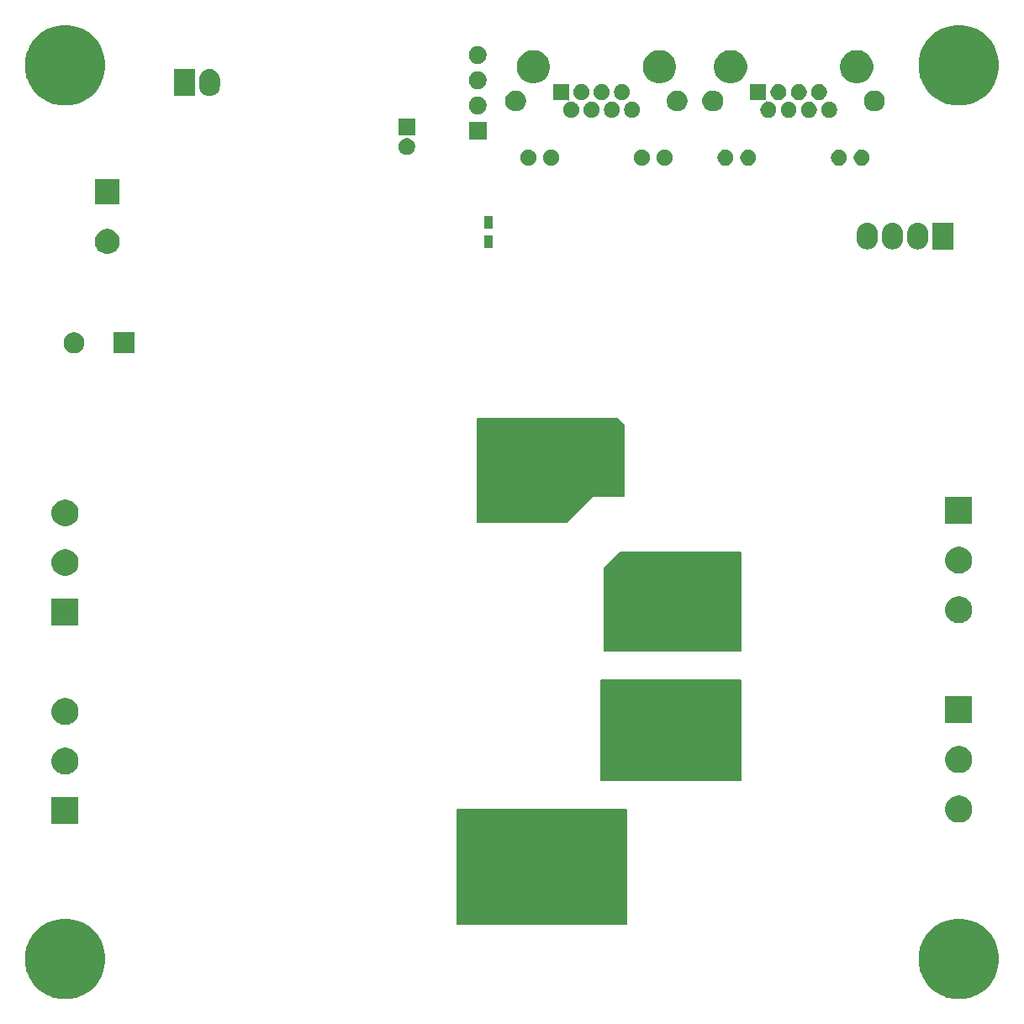
<source format=gbr>
G04 #@! TF.GenerationSoftware,KiCad,Pcbnew,(5.1.5)-3*
G04 #@! TF.CreationDate,2020-05-02T20:20:03+02:00*
G04 #@! TF.ProjectId,driver,64726976-6572-42e6-9b69-6361645f7063,rev?*
G04 #@! TF.SameCoordinates,Original*
G04 #@! TF.FileFunction,Soldermask,Bot*
G04 #@! TF.FilePolarity,Negative*
%FSLAX46Y46*%
G04 Gerber Fmt 4.6, Leading zero omitted, Abs format (unit mm)*
G04 Created by KiCad (PCBNEW (5.1.5)-3) date 2020-05-02 20:20:03*
%MOMM*%
%LPD*%
G04 APERTURE LIST*
%ADD10C,0.150000*%
%ADD11C,0.100000*%
G04 APERTURE END LIST*
D10*
G36*
X131300000Y-96300000D02*
G01*
X131300000Y-103400000D01*
X128100000Y-103400000D01*
X125500000Y-106000000D01*
X116500000Y-106000000D01*
X116500000Y-95600000D01*
X130600000Y-95600000D01*
X131300000Y-96300000D01*
G37*
X131300000Y-96300000D02*
X131300000Y-103400000D01*
X128100000Y-103400000D01*
X125500000Y-106000000D01*
X116500000Y-106000000D01*
X116500000Y-95600000D01*
X130600000Y-95600000D01*
X131300000Y-96300000D01*
G36*
X131500000Y-146500000D02*
G01*
X114500000Y-146500000D01*
X114500000Y-135000000D01*
X131500000Y-135000000D01*
X131500000Y-146500000D01*
G37*
X131500000Y-146500000D02*
X114500000Y-146500000D01*
X114500000Y-135000000D01*
X131500000Y-135000000D01*
X131500000Y-146500000D01*
G36*
X143000000Y-132000000D02*
G01*
X129000000Y-132000000D01*
X129000000Y-121900000D01*
X143000000Y-121900000D01*
X143000000Y-132000000D01*
G37*
X143000000Y-132000000D02*
X129000000Y-132000000D01*
X129000000Y-121900000D01*
X143000000Y-121900000D01*
X143000000Y-132000000D01*
G36*
X143000000Y-119000000D02*
G01*
X129300000Y-119000000D01*
X129300000Y-110700000D01*
X130900000Y-109100000D01*
X143000000Y-109100000D01*
X143000000Y-119000000D01*
G37*
X143000000Y-119000000D02*
X129300000Y-119000000D01*
X129300000Y-110700000D01*
X130900000Y-109100000D01*
X143000000Y-109100000D01*
X143000000Y-119000000D01*
D11*
G36*
X76181632Y-146104677D02*
G01*
X76487005Y-146231167D01*
X76918868Y-146410050D01*
X77582362Y-146853383D01*
X78146617Y-147417638D01*
X78589950Y-148081132D01*
X78768833Y-148512995D01*
X78895323Y-148818368D01*
X79051000Y-149601010D01*
X79051000Y-150398990D01*
X78895323Y-151181632D01*
X78768833Y-151487005D01*
X78589950Y-151918868D01*
X78146617Y-152582362D01*
X77582362Y-153146617D01*
X76918868Y-153589950D01*
X76487005Y-153768833D01*
X76181632Y-153895323D01*
X75398990Y-154051000D01*
X74601010Y-154051000D01*
X73818368Y-153895323D01*
X73512995Y-153768833D01*
X73081132Y-153589950D01*
X72417638Y-153146617D01*
X71853383Y-152582362D01*
X71410050Y-151918868D01*
X71231167Y-151487005D01*
X71104677Y-151181632D01*
X70949000Y-150398990D01*
X70949000Y-149601010D01*
X71104677Y-148818368D01*
X71231167Y-148512995D01*
X71410050Y-148081132D01*
X71853383Y-147417638D01*
X72417638Y-146853383D01*
X73081132Y-146410050D01*
X73512995Y-146231167D01*
X73818368Y-146104677D01*
X74601010Y-145949000D01*
X75398990Y-145949000D01*
X76181632Y-146104677D01*
G37*
G36*
X166181632Y-146104677D02*
G01*
X166487005Y-146231167D01*
X166918868Y-146410050D01*
X167582362Y-146853383D01*
X168146617Y-147417638D01*
X168589950Y-148081132D01*
X168768833Y-148512995D01*
X168895323Y-148818368D01*
X169051000Y-149601010D01*
X169051000Y-150398990D01*
X168895323Y-151181632D01*
X168768833Y-151487005D01*
X168589950Y-151918868D01*
X168146617Y-152582362D01*
X167582362Y-153146617D01*
X166918868Y-153589950D01*
X166487005Y-153768833D01*
X166181632Y-153895323D01*
X165398990Y-154051000D01*
X164601010Y-154051000D01*
X163818368Y-153895323D01*
X163512995Y-153768833D01*
X163081132Y-153589950D01*
X162417638Y-153146617D01*
X161853383Y-152582362D01*
X161410050Y-151918868D01*
X161231167Y-151487005D01*
X161104677Y-151181632D01*
X160949000Y-150398990D01*
X160949000Y-149601010D01*
X161104677Y-148818368D01*
X161231167Y-148512995D01*
X161410050Y-148081132D01*
X161853383Y-147417638D01*
X162417638Y-146853383D01*
X163081132Y-146410050D01*
X163512995Y-146231167D01*
X163818368Y-146104677D01*
X164601010Y-145949000D01*
X165398990Y-145949000D01*
X166181632Y-146104677D01*
G37*
G36*
X76351000Y-136431000D02*
G01*
X73649000Y-136431000D01*
X73649000Y-133729000D01*
X76351000Y-133729000D01*
X76351000Y-136431000D01*
G37*
G36*
X165394072Y-133620918D02*
G01*
X165639939Y-133722759D01*
X165861212Y-133870610D01*
X166049390Y-134058788D01*
X166197241Y-134280061D01*
X166299082Y-134525928D01*
X166351000Y-134786938D01*
X166351000Y-135053062D01*
X166299082Y-135314072D01*
X166197241Y-135559939D01*
X166049390Y-135781212D01*
X165861212Y-135969390D01*
X165639939Y-136117241D01*
X165639938Y-136117242D01*
X165639937Y-136117242D01*
X165394072Y-136219082D01*
X165133063Y-136271000D01*
X164866937Y-136271000D01*
X164605928Y-136219082D01*
X164360063Y-136117242D01*
X164360062Y-136117242D01*
X164360061Y-136117241D01*
X164138788Y-135969390D01*
X163950610Y-135781212D01*
X163802759Y-135559939D01*
X163700918Y-135314072D01*
X163649000Y-135053062D01*
X163649000Y-134786938D01*
X163700918Y-134525928D01*
X163802759Y-134280061D01*
X163950610Y-134058788D01*
X164138788Y-133870610D01*
X164360061Y-133722759D01*
X164605928Y-133620918D01*
X164866937Y-133569000D01*
X165133063Y-133569000D01*
X165394072Y-133620918D01*
G37*
G36*
X75394072Y-128780918D02*
G01*
X75610607Y-128870609D01*
X75639939Y-128882759D01*
X75861212Y-129030610D01*
X76049390Y-129218788D01*
X76197241Y-129440061D01*
X76299082Y-129685928D01*
X76351000Y-129946938D01*
X76351000Y-130213062D01*
X76299082Y-130474072D01*
X76197241Y-130719939D01*
X76049390Y-130941212D01*
X75861212Y-131129390D01*
X75639939Y-131277241D01*
X75639938Y-131277242D01*
X75639937Y-131277242D01*
X75394072Y-131379082D01*
X75133063Y-131431000D01*
X74866937Y-131431000D01*
X74605928Y-131379082D01*
X74360063Y-131277242D01*
X74360062Y-131277242D01*
X74360061Y-131277241D01*
X74138788Y-131129390D01*
X73950610Y-130941212D01*
X73802759Y-130719939D01*
X73700918Y-130474072D01*
X73649000Y-130213062D01*
X73649000Y-129946938D01*
X73700918Y-129685928D01*
X73802759Y-129440061D01*
X73950610Y-129218788D01*
X74138788Y-129030610D01*
X74360061Y-128882759D01*
X74389394Y-128870609D01*
X74605928Y-128780918D01*
X74866937Y-128729000D01*
X75133063Y-128729000D01*
X75394072Y-128780918D01*
G37*
G36*
X165394072Y-128620918D02*
G01*
X165639939Y-128722759D01*
X165861212Y-128870610D01*
X166049390Y-129058788D01*
X166197241Y-129280061D01*
X166299082Y-129525928D01*
X166351000Y-129786938D01*
X166351000Y-130053062D01*
X166299082Y-130314072D01*
X166197241Y-130559939D01*
X166049390Y-130781212D01*
X165861212Y-130969390D01*
X165639939Y-131117241D01*
X165639938Y-131117242D01*
X165639937Y-131117242D01*
X165394072Y-131219082D01*
X165133063Y-131271000D01*
X164866937Y-131271000D01*
X164605928Y-131219082D01*
X164360063Y-131117242D01*
X164360062Y-131117242D01*
X164360061Y-131117241D01*
X164138788Y-130969390D01*
X163950610Y-130781212D01*
X163802759Y-130559939D01*
X163700918Y-130314072D01*
X163649000Y-130053062D01*
X163649000Y-129786938D01*
X163700918Y-129525928D01*
X163802759Y-129280061D01*
X163950610Y-129058788D01*
X164138788Y-128870610D01*
X164360061Y-128722759D01*
X164605928Y-128620918D01*
X164866937Y-128569000D01*
X165133063Y-128569000D01*
X165394072Y-128620918D01*
G37*
G36*
X75394072Y-123780918D02*
G01*
X75639939Y-123882759D01*
X75861212Y-124030610D01*
X76049390Y-124218788D01*
X76197241Y-124440061D01*
X76299082Y-124685928D01*
X76351000Y-124946938D01*
X76351000Y-125213062D01*
X76299082Y-125474072D01*
X76197241Y-125719939D01*
X76049390Y-125941212D01*
X75861212Y-126129390D01*
X75639939Y-126277241D01*
X75639938Y-126277242D01*
X75639937Y-126277242D01*
X75394072Y-126379082D01*
X75133063Y-126431000D01*
X74866937Y-126431000D01*
X74605928Y-126379082D01*
X74360063Y-126277242D01*
X74360062Y-126277242D01*
X74360061Y-126277241D01*
X74138788Y-126129390D01*
X73950610Y-125941212D01*
X73802759Y-125719939D01*
X73700918Y-125474072D01*
X73649000Y-125213062D01*
X73649000Y-124946938D01*
X73700918Y-124685928D01*
X73802759Y-124440061D01*
X73950610Y-124218788D01*
X74138788Y-124030610D01*
X74360061Y-123882759D01*
X74605928Y-123780918D01*
X74866937Y-123729000D01*
X75133063Y-123729000D01*
X75394072Y-123780918D01*
G37*
G36*
X166351000Y-126271000D02*
G01*
X163649000Y-126271000D01*
X163649000Y-123569000D01*
X166351000Y-123569000D01*
X166351000Y-126271000D01*
G37*
G36*
X76351000Y-116431000D02*
G01*
X73649000Y-116431000D01*
X73649000Y-113729000D01*
X76351000Y-113729000D01*
X76351000Y-116431000D01*
G37*
G36*
X165394072Y-113540918D02*
G01*
X165639939Y-113642759D01*
X165861212Y-113790610D01*
X166049390Y-113978788D01*
X166197241Y-114200061D01*
X166299082Y-114445928D01*
X166351000Y-114706938D01*
X166351000Y-114973062D01*
X166299082Y-115234072D01*
X166197241Y-115479939D01*
X166049390Y-115701212D01*
X165861212Y-115889390D01*
X165639939Y-116037241D01*
X165639938Y-116037242D01*
X165639937Y-116037242D01*
X165394072Y-116139082D01*
X165133063Y-116191000D01*
X164866937Y-116191000D01*
X164605928Y-116139082D01*
X164360063Y-116037242D01*
X164360062Y-116037242D01*
X164360061Y-116037241D01*
X164138788Y-115889390D01*
X163950610Y-115701212D01*
X163802759Y-115479939D01*
X163700918Y-115234072D01*
X163649000Y-114973062D01*
X163649000Y-114706938D01*
X163700918Y-114445928D01*
X163802759Y-114200061D01*
X163950610Y-113978788D01*
X164138788Y-113790610D01*
X164360061Y-113642759D01*
X164605928Y-113540918D01*
X164866937Y-113489000D01*
X165133063Y-113489000D01*
X165394072Y-113540918D01*
G37*
G36*
X75394072Y-108780918D02*
G01*
X75639939Y-108882759D01*
X75751328Y-108957187D01*
X75861211Y-109030609D01*
X76049391Y-109218789D01*
X76197242Y-109440063D01*
X76299082Y-109685928D01*
X76351000Y-109946937D01*
X76351000Y-110213063D01*
X76299082Y-110474072D01*
X76204999Y-110701211D01*
X76197241Y-110719939D01*
X76049390Y-110941212D01*
X75861212Y-111129390D01*
X75639939Y-111277241D01*
X75639938Y-111277242D01*
X75639937Y-111277242D01*
X75394072Y-111379082D01*
X75133063Y-111431000D01*
X74866937Y-111431000D01*
X74605928Y-111379082D01*
X74360063Y-111277242D01*
X74360062Y-111277242D01*
X74360061Y-111277241D01*
X74138788Y-111129390D01*
X73950610Y-110941212D01*
X73802759Y-110719939D01*
X73795002Y-110701211D01*
X73700918Y-110474072D01*
X73649000Y-110213063D01*
X73649000Y-109946937D01*
X73700918Y-109685928D01*
X73802758Y-109440063D01*
X73950609Y-109218789D01*
X74138789Y-109030609D01*
X74248672Y-108957187D01*
X74360061Y-108882759D01*
X74605928Y-108780918D01*
X74866937Y-108729000D01*
X75133063Y-108729000D01*
X75394072Y-108780918D01*
G37*
G36*
X165394072Y-108540918D02*
G01*
X165639939Y-108642759D01*
X165751328Y-108717187D01*
X165861211Y-108790609D01*
X166049391Y-108978789D01*
X166197242Y-109200063D01*
X166299082Y-109445928D01*
X166351000Y-109706937D01*
X166351000Y-109973063D01*
X166299082Y-110234072D01*
X166197242Y-110479937D01*
X166049391Y-110701211D01*
X165861211Y-110889391D01*
X165751328Y-110962813D01*
X165639939Y-111037241D01*
X165639938Y-111037242D01*
X165639937Y-111037242D01*
X165394072Y-111139082D01*
X165133063Y-111191000D01*
X164866937Y-111191000D01*
X164605928Y-111139082D01*
X164360063Y-111037242D01*
X164360062Y-111037242D01*
X164360061Y-111037241D01*
X164248672Y-110962813D01*
X164138789Y-110889391D01*
X163950609Y-110701211D01*
X163802758Y-110479937D01*
X163700918Y-110234072D01*
X163649000Y-109973063D01*
X163649000Y-109706937D01*
X163700918Y-109445928D01*
X163802758Y-109200063D01*
X163950609Y-108978789D01*
X164138789Y-108790609D01*
X164248672Y-108717187D01*
X164360061Y-108642759D01*
X164605928Y-108540918D01*
X164866937Y-108489000D01*
X165133063Y-108489000D01*
X165394072Y-108540918D01*
G37*
G36*
X75394072Y-103780918D02*
G01*
X75639939Y-103882759D01*
X75861212Y-104030610D01*
X76049390Y-104218788D01*
X76197241Y-104440061D01*
X76299082Y-104685928D01*
X76351000Y-104946938D01*
X76351000Y-105213062D01*
X76299082Y-105474072D01*
X76197241Y-105719939D01*
X76049390Y-105941212D01*
X75861212Y-106129390D01*
X75639939Y-106277241D01*
X75639938Y-106277242D01*
X75639937Y-106277242D01*
X75394072Y-106379082D01*
X75133063Y-106431000D01*
X74866937Y-106431000D01*
X74605928Y-106379082D01*
X74360063Y-106277242D01*
X74360062Y-106277242D01*
X74360061Y-106277241D01*
X74138788Y-106129390D01*
X73950610Y-105941212D01*
X73802759Y-105719939D01*
X73700918Y-105474072D01*
X73649000Y-105213062D01*
X73649000Y-104946938D01*
X73700918Y-104685928D01*
X73802759Y-104440061D01*
X73950610Y-104218788D01*
X74138788Y-104030610D01*
X74360061Y-103882759D01*
X74605928Y-103780918D01*
X74866937Y-103729000D01*
X75133063Y-103729000D01*
X75394072Y-103780918D01*
G37*
G36*
X166351000Y-106191000D02*
G01*
X163649000Y-106191000D01*
X163649000Y-103489000D01*
X166351000Y-103489000D01*
X166351000Y-106191000D01*
G37*
G36*
X76206564Y-86939389D02*
G01*
X76397833Y-87018615D01*
X76397835Y-87018616D01*
X76569973Y-87133635D01*
X76716365Y-87280027D01*
X76831385Y-87452167D01*
X76910611Y-87643436D01*
X76951000Y-87846484D01*
X76951000Y-88053516D01*
X76910611Y-88256564D01*
X76831385Y-88447833D01*
X76831384Y-88447835D01*
X76716365Y-88619973D01*
X76569973Y-88766365D01*
X76397835Y-88881384D01*
X76397834Y-88881385D01*
X76397833Y-88881385D01*
X76206564Y-88960611D01*
X76003516Y-89001000D01*
X75796484Y-89001000D01*
X75593436Y-88960611D01*
X75402167Y-88881385D01*
X75402166Y-88881385D01*
X75402165Y-88881384D01*
X75230027Y-88766365D01*
X75083635Y-88619973D01*
X74968616Y-88447835D01*
X74968615Y-88447833D01*
X74889389Y-88256564D01*
X74849000Y-88053516D01*
X74849000Y-87846484D01*
X74889389Y-87643436D01*
X74968615Y-87452167D01*
X75083635Y-87280027D01*
X75230027Y-87133635D01*
X75402165Y-87018616D01*
X75402167Y-87018615D01*
X75593436Y-86939389D01*
X75796484Y-86899000D01*
X76003516Y-86899000D01*
X76206564Y-86939389D01*
G37*
G36*
X81951000Y-89001000D02*
G01*
X79849000Y-89001000D01*
X79849000Y-86899000D01*
X81951000Y-86899000D01*
X81951000Y-89001000D01*
G37*
G36*
X79614903Y-76547075D02*
G01*
X79842571Y-76641378D01*
X80047466Y-76778285D01*
X80221715Y-76952534D01*
X80221716Y-76952536D01*
X80358623Y-77157431D01*
X80452925Y-77385097D01*
X80501000Y-77626786D01*
X80501000Y-77873214D01*
X80458530Y-78086727D01*
X80452925Y-78114903D01*
X80358622Y-78342571D01*
X80221715Y-78547466D01*
X80047466Y-78721715D01*
X79842571Y-78858622D01*
X79842570Y-78858623D01*
X79842569Y-78858623D01*
X79614903Y-78952925D01*
X79373214Y-79001000D01*
X79126786Y-79001000D01*
X78885097Y-78952925D01*
X78657431Y-78858623D01*
X78657430Y-78858623D01*
X78657429Y-78858622D01*
X78452534Y-78721715D01*
X78278285Y-78547466D01*
X78141378Y-78342571D01*
X78047075Y-78114903D01*
X78041470Y-78086727D01*
X77999000Y-77873214D01*
X77999000Y-77626786D01*
X78047075Y-77385097D01*
X78141377Y-77157431D01*
X78278284Y-76952536D01*
X78278285Y-76952534D01*
X78452534Y-76778285D01*
X78657429Y-76641378D01*
X78885097Y-76547075D01*
X79126786Y-76499000D01*
X79373214Y-76499000D01*
X79614903Y-76547075D01*
G37*
G36*
X155986032Y-75864207D02*
G01*
X156184146Y-75924305D01*
X156184149Y-75924306D01*
X156280975Y-75976061D01*
X156366729Y-76021897D01*
X156526765Y-76153235D01*
X156658103Y-76313271D01*
X156689291Y-76371621D01*
X156755694Y-76495851D01*
X156755695Y-76495855D01*
X156815793Y-76693969D01*
X156831000Y-76848371D01*
X156831000Y-77551630D01*
X156815793Y-77706032D01*
X156765078Y-77873214D01*
X156755694Y-77904149D01*
X156703939Y-78000975D01*
X156658103Y-78086729D01*
X156526765Y-78246765D01*
X156366729Y-78378103D01*
X156250030Y-78440479D01*
X156184148Y-78475694D01*
X156184145Y-78475695D01*
X155986031Y-78535793D01*
X155780000Y-78556085D01*
X155573968Y-78535793D01*
X155375854Y-78475695D01*
X155375851Y-78475694D01*
X155236109Y-78401000D01*
X155193271Y-78378103D01*
X155033235Y-78246765D01*
X154901897Y-78086729D01*
X154804307Y-77904149D01*
X154804306Y-77904148D01*
X154794922Y-77873213D01*
X154744207Y-77706031D01*
X154729000Y-77551629D01*
X154729000Y-76848370D01*
X154744207Y-76693968D01*
X154763296Y-76631040D01*
X154804305Y-76495853D01*
X154879184Y-76355766D01*
X154901898Y-76313271D01*
X155033236Y-76153235D01*
X155193272Y-76021897D01*
X155279026Y-75976061D01*
X155375852Y-75924306D01*
X155375855Y-75924305D01*
X155573969Y-75864207D01*
X155780000Y-75843915D01*
X155986032Y-75864207D01*
G37*
G36*
X158526032Y-75864207D02*
G01*
X158724146Y-75924305D01*
X158724149Y-75924306D01*
X158820975Y-75976061D01*
X158906729Y-76021897D01*
X159066765Y-76153235D01*
X159198103Y-76313271D01*
X159229291Y-76371621D01*
X159295694Y-76495851D01*
X159295695Y-76495855D01*
X159355793Y-76693969D01*
X159371000Y-76848371D01*
X159371000Y-77551630D01*
X159355793Y-77706032D01*
X159305078Y-77873214D01*
X159295694Y-77904149D01*
X159243939Y-78000975D01*
X159198103Y-78086729D01*
X159066765Y-78246765D01*
X158906729Y-78378103D01*
X158790030Y-78440479D01*
X158724148Y-78475694D01*
X158724145Y-78475695D01*
X158526031Y-78535793D01*
X158320000Y-78556085D01*
X158113968Y-78535793D01*
X157915854Y-78475695D01*
X157915851Y-78475694D01*
X157776109Y-78401000D01*
X157733271Y-78378103D01*
X157573235Y-78246765D01*
X157441897Y-78086729D01*
X157344307Y-77904149D01*
X157344306Y-77904148D01*
X157334922Y-77873213D01*
X157284207Y-77706031D01*
X157269000Y-77551629D01*
X157269000Y-76848370D01*
X157284207Y-76693968D01*
X157303296Y-76631040D01*
X157344305Y-76495853D01*
X157419184Y-76355766D01*
X157441898Y-76313271D01*
X157573236Y-76153235D01*
X157733272Y-76021897D01*
X157819026Y-75976061D01*
X157915852Y-75924306D01*
X157915855Y-75924305D01*
X158113969Y-75864207D01*
X158320000Y-75843915D01*
X158526032Y-75864207D01*
G37*
G36*
X161066032Y-75864207D02*
G01*
X161264146Y-75924305D01*
X161264149Y-75924306D01*
X161360975Y-75976061D01*
X161446729Y-76021897D01*
X161606765Y-76153235D01*
X161738103Y-76313271D01*
X161769291Y-76371621D01*
X161835694Y-76495851D01*
X161835695Y-76495855D01*
X161895793Y-76693969D01*
X161911000Y-76848371D01*
X161911000Y-77551630D01*
X161895793Y-77706032D01*
X161845078Y-77873214D01*
X161835694Y-77904149D01*
X161783939Y-78000975D01*
X161738103Y-78086729D01*
X161606765Y-78246765D01*
X161446729Y-78378103D01*
X161330030Y-78440479D01*
X161264148Y-78475694D01*
X161264145Y-78475695D01*
X161066031Y-78535793D01*
X160860000Y-78556085D01*
X160653968Y-78535793D01*
X160455854Y-78475695D01*
X160455851Y-78475694D01*
X160316109Y-78401000D01*
X160273271Y-78378103D01*
X160113235Y-78246765D01*
X159981897Y-78086729D01*
X159884307Y-77904149D01*
X159884306Y-77904148D01*
X159874922Y-77873213D01*
X159824207Y-77706031D01*
X159809000Y-77551629D01*
X159809000Y-76848370D01*
X159824207Y-76693968D01*
X159843296Y-76631040D01*
X159884305Y-76495853D01*
X159959184Y-76355766D01*
X159981898Y-76313271D01*
X160113236Y-76153235D01*
X160273272Y-76021897D01*
X160359026Y-75976061D01*
X160455852Y-75924306D01*
X160455855Y-75924305D01*
X160653969Y-75864207D01*
X160860000Y-75843915D01*
X161066032Y-75864207D01*
G37*
G36*
X164451000Y-78551000D02*
G01*
X162349000Y-78551000D01*
X162349000Y-75849000D01*
X164451000Y-75849000D01*
X164451000Y-78551000D01*
G37*
G36*
X118026000Y-78401000D02*
G01*
X117174000Y-78401000D01*
X117174000Y-77099000D01*
X118026000Y-77099000D01*
X118026000Y-78401000D01*
G37*
G36*
X118026000Y-76501000D02*
G01*
X117174000Y-76501000D01*
X117174000Y-75199000D01*
X118026000Y-75199000D01*
X118026000Y-76501000D01*
G37*
G36*
X80501000Y-74001000D02*
G01*
X77999000Y-74001000D01*
X77999000Y-71499000D01*
X80501000Y-71499000D01*
X80501000Y-74001000D01*
G37*
G36*
X155453642Y-68529781D02*
G01*
X155599414Y-68590162D01*
X155599416Y-68590163D01*
X155730608Y-68677822D01*
X155842178Y-68789392D01*
X155929837Y-68920584D01*
X155929838Y-68920586D01*
X155990219Y-69066358D01*
X156021000Y-69221107D01*
X156021000Y-69378893D01*
X155990219Y-69533642D01*
X155929838Y-69679414D01*
X155929837Y-69679416D01*
X155842178Y-69810608D01*
X155730608Y-69922178D01*
X155599416Y-70009837D01*
X155599415Y-70009838D01*
X155599414Y-70009838D01*
X155453642Y-70070219D01*
X155298893Y-70101000D01*
X155141107Y-70101000D01*
X154986358Y-70070219D01*
X154840586Y-70009838D01*
X154840585Y-70009838D01*
X154840584Y-70009837D01*
X154709392Y-69922178D01*
X154597822Y-69810608D01*
X154510163Y-69679416D01*
X154510162Y-69679414D01*
X154449781Y-69533642D01*
X154419000Y-69378893D01*
X154419000Y-69221107D01*
X154449781Y-69066358D01*
X154510162Y-68920586D01*
X154510163Y-68920584D01*
X154597822Y-68789392D01*
X154709392Y-68677822D01*
X154840584Y-68590163D01*
X154840586Y-68590162D01*
X154986358Y-68529781D01*
X155141107Y-68499000D01*
X155298893Y-68499000D01*
X155453642Y-68529781D01*
G37*
G36*
X153163642Y-68529781D02*
G01*
X153309414Y-68590162D01*
X153309416Y-68590163D01*
X153440608Y-68677822D01*
X153552178Y-68789392D01*
X153639837Y-68920584D01*
X153639838Y-68920586D01*
X153700219Y-69066358D01*
X153731000Y-69221107D01*
X153731000Y-69378893D01*
X153700219Y-69533642D01*
X153639838Y-69679414D01*
X153639837Y-69679416D01*
X153552178Y-69810608D01*
X153440608Y-69922178D01*
X153309416Y-70009837D01*
X153309415Y-70009838D01*
X153309414Y-70009838D01*
X153163642Y-70070219D01*
X153008893Y-70101000D01*
X152851107Y-70101000D01*
X152696358Y-70070219D01*
X152550586Y-70009838D01*
X152550585Y-70009838D01*
X152550584Y-70009837D01*
X152419392Y-69922178D01*
X152307822Y-69810608D01*
X152220163Y-69679416D01*
X152220162Y-69679414D01*
X152159781Y-69533642D01*
X152129000Y-69378893D01*
X152129000Y-69221107D01*
X152159781Y-69066358D01*
X152220162Y-68920586D01*
X152220163Y-68920584D01*
X152307822Y-68789392D01*
X152419392Y-68677822D01*
X152550584Y-68590163D01*
X152550586Y-68590162D01*
X152696358Y-68529781D01*
X152851107Y-68499000D01*
X153008893Y-68499000D01*
X153163642Y-68529781D01*
G37*
G36*
X144023642Y-68529781D02*
G01*
X144169414Y-68590162D01*
X144169416Y-68590163D01*
X144300608Y-68677822D01*
X144412178Y-68789392D01*
X144499837Y-68920584D01*
X144499838Y-68920586D01*
X144560219Y-69066358D01*
X144591000Y-69221107D01*
X144591000Y-69378893D01*
X144560219Y-69533642D01*
X144499838Y-69679414D01*
X144499837Y-69679416D01*
X144412178Y-69810608D01*
X144300608Y-69922178D01*
X144169416Y-70009837D01*
X144169415Y-70009838D01*
X144169414Y-70009838D01*
X144023642Y-70070219D01*
X143868893Y-70101000D01*
X143711107Y-70101000D01*
X143556358Y-70070219D01*
X143410586Y-70009838D01*
X143410585Y-70009838D01*
X143410584Y-70009837D01*
X143279392Y-69922178D01*
X143167822Y-69810608D01*
X143080163Y-69679416D01*
X143080162Y-69679414D01*
X143019781Y-69533642D01*
X142989000Y-69378893D01*
X142989000Y-69221107D01*
X143019781Y-69066358D01*
X143080162Y-68920586D01*
X143080163Y-68920584D01*
X143167822Y-68789392D01*
X143279392Y-68677822D01*
X143410584Y-68590163D01*
X143410586Y-68590162D01*
X143556358Y-68529781D01*
X143711107Y-68499000D01*
X143868893Y-68499000D01*
X144023642Y-68529781D01*
G37*
G36*
X141733642Y-68529781D02*
G01*
X141879414Y-68590162D01*
X141879416Y-68590163D01*
X142010608Y-68677822D01*
X142122178Y-68789392D01*
X142209837Y-68920584D01*
X142209838Y-68920586D01*
X142270219Y-69066358D01*
X142301000Y-69221107D01*
X142301000Y-69378893D01*
X142270219Y-69533642D01*
X142209838Y-69679414D01*
X142209837Y-69679416D01*
X142122178Y-69810608D01*
X142010608Y-69922178D01*
X141879416Y-70009837D01*
X141879415Y-70009838D01*
X141879414Y-70009838D01*
X141733642Y-70070219D01*
X141578893Y-70101000D01*
X141421107Y-70101000D01*
X141266358Y-70070219D01*
X141120586Y-70009838D01*
X141120585Y-70009838D01*
X141120584Y-70009837D01*
X140989392Y-69922178D01*
X140877822Y-69810608D01*
X140790163Y-69679416D01*
X140790162Y-69679414D01*
X140729781Y-69533642D01*
X140699000Y-69378893D01*
X140699000Y-69221107D01*
X140729781Y-69066358D01*
X140790162Y-68920586D01*
X140790163Y-68920584D01*
X140877822Y-68789392D01*
X140989392Y-68677822D01*
X141120584Y-68590163D01*
X141120586Y-68590162D01*
X141266358Y-68529781D01*
X141421107Y-68499000D01*
X141578893Y-68499000D01*
X141733642Y-68529781D01*
G37*
G36*
X121883642Y-68529781D02*
G01*
X122029414Y-68590162D01*
X122029416Y-68590163D01*
X122160608Y-68677822D01*
X122272178Y-68789392D01*
X122359837Y-68920584D01*
X122359838Y-68920586D01*
X122420219Y-69066358D01*
X122451000Y-69221107D01*
X122451000Y-69378893D01*
X122420219Y-69533642D01*
X122359838Y-69679414D01*
X122359837Y-69679416D01*
X122272178Y-69810608D01*
X122160608Y-69922178D01*
X122029416Y-70009837D01*
X122029415Y-70009838D01*
X122029414Y-70009838D01*
X121883642Y-70070219D01*
X121728893Y-70101000D01*
X121571107Y-70101000D01*
X121416358Y-70070219D01*
X121270586Y-70009838D01*
X121270585Y-70009838D01*
X121270584Y-70009837D01*
X121139392Y-69922178D01*
X121027822Y-69810608D01*
X120940163Y-69679416D01*
X120940162Y-69679414D01*
X120879781Y-69533642D01*
X120849000Y-69378893D01*
X120849000Y-69221107D01*
X120879781Y-69066358D01*
X120940162Y-68920586D01*
X120940163Y-68920584D01*
X121027822Y-68789392D01*
X121139392Y-68677822D01*
X121270584Y-68590163D01*
X121270586Y-68590162D01*
X121416358Y-68529781D01*
X121571107Y-68499000D01*
X121728893Y-68499000D01*
X121883642Y-68529781D01*
G37*
G36*
X124173642Y-68529781D02*
G01*
X124319414Y-68590162D01*
X124319416Y-68590163D01*
X124450608Y-68677822D01*
X124562178Y-68789392D01*
X124649837Y-68920584D01*
X124649838Y-68920586D01*
X124710219Y-69066358D01*
X124741000Y-69221107D01*
X124741000Y-69378893D01*
X124710219Y-69533642D01*
X124649838Y-69679414D01*
X124649837Y-69679416D01*
X124562178Y-69810608D01*
X124450608Y-69922178D01*
X124319416Y-70009837D01*
X124319415Y-70009838D01*
X124319414Y-70009838D01*
X124173642Y-70070219D01*
X124018893Y-70101000D01*
X123861107Y-70101000D01*
X123706358Y-70070219D01*
X123560586Y-70009838D01*
X123560585Y-70009838D01*
X123560584Y-70009837D01*
X123429392Y-69922178D01*
X123317822Y-69810608D01*
X123230163Y-69679416D01*
X123230162Y-69679414D01*
X123169781Y-69533642D01*
X123139000Y-69378893D01*
X123139000Y-69221107D01*
X123169781Y-69066358D01*
X123230162Y-68920586D01*
X123230163Y-68920584D01*
X123317822Y-68789392D01*
X123429392Y-68677822D01*
X123560584Y-68590163D01*
X123560586Y-68590162D01*
X123706358Y-68529781D01*
X123861107Y-68499000D01*
X124018893Y-68499000D01*
X124173642Y-68529781D01*
G37*
G36*
X133313642Y-68529781D02*
G01*
X133459414Y-68590162D01*
X133459416Y-68590163D01*
X133590608Y-68677822D01*
X133702178Y-68789392D01*
X133789837Y-68920584D01*
X133789838Y-68920586D01*
X133850219Y-69066358D01*
X133881000Y-69221107D01*
X133881000Y-69378893D01*
X133850219Y-69533642D01*
X133789838Y-69679414D01*
X133789837Y-69679416D01*
X133702178Y-69810608D01*
X133590608Y-69922178D01*
X133459416Y-70009837D01*
X133459415Y-70009838D01*
X133459414Y-70009838D01*
X133313642Y-70070219D01*
X133158893Y-70101000D01*
X133001107Y-70101000D01*
X132846358Y-70070219D01*
X132700586Y-70009838D01*
X132700585Y-70009838D01*
X132700584Y-70009837D01*
X132569392Y-69922178D01*
X132457822Y-69810608D01*
X132370163Y-69679416D01*
X132370162Y-69679414D01*
X132309781Y-69533642D01*
X132279000Y-69378893D01*
X132279000Y-69221107D01*
X132309781Y-69066358D01*
X132370162Y-68920586D01*
X132370163Y-68920584D01*
X132457822Y-68789392D01*
X132569392Y-68677822D01*
X132700584Y-68590163D01*
X132700586Y-68590162D01*
X132846358Y-68529781D01*
X133001107Y-68499000D01*
X133158893Y-68499000D01*
X133313642Y-68529781D01*
G37*
G36*
X135603642Y-68529781D02*
G01*
X135749414Y-68590162D01*
X135749416Y-68590163D01*
X135880608Y-68677822D01*
X135992178Y-68789392D01*
X136079837Y-68920584D01*
X136079838Y-68920586D01*
X136140219Y-69066358D01*
X136171000Y-69221107D01*
X136171000Y-69378893D01*
X136140219Y-69533642D01*
X136079838Y-69679414D01*
X136079837Y-69679416D01*
X135992178Y-69810608D01*
X135880608Y-69922178D01*
X135749416Y-70009837D01*
X135749415Y-70009838D01*
X135749414Y-70009838D01*
X135603642Y-70070219D01*
X135448893Y-70101000D01*
X135291107Y-70101000D01*
X135136358Y-70070219D01*
X134990586Y-70009838D01*
X134990585Y-70009838D01*
X134990584Y-70009837D01*
X134859392Y-69922178D01*
X134747822Y-69810608D01*
X134660163Y-69679416D01*
X134660162Y-69679414D01*
X134599781Y-69533642D01*
X134569000Y-69378893D01*
X134569000Y-69221107D01*
X134599781Y-69066358D01*
X134660162Y-68920586D01*
X134660163Y-68920584D01*
X134747822Y-68789392D01*
X134859392Y-68677822D01*
X134990584Y-68590163D01*
X134990586Y-68590162D01*
X135136358Y-68529781D01*
X135291107Y-68499000D01*
X135448893Y-68499000D01*
X135603642Y-68529781D01*
G37*
G36*
X109648228Y-67381703D02*
G01*
X109803100Y-67445853D01*
X109942481Y-67538985D01*
X110061015Y-67657519D01*
X110154147Y-67796900D01*
X110218297Y-67951772D01*
X110251000Y-68116184D01*
X110251000Y-68283816D01*
X110218297Y-68448228D01*
X110154147Y-68603100D01*
X110061015Y-68742481D01*
X109942481Y-68861015D01*
X109803100Y-68954147D01*
X109648228Y-69018297D01*
X109483816Y-69051000D01*
X109316184Y-69051000D01*
X109151772Y-69018297D01*
X108996900Y-68954147D01*
X108857519Y-68861015D01*
X108738985Y-68742481D01*
X108645853Y-68603100D01*
X108581703Y-68448228D01*
X108549000Y-68283816D01*
X108549000Y-68116184D01*
X108581703Y-67951772D01*
X108645853Y-67796900D01*
X108738985Y-67657519D01*
X108857519Y-67538985D01*
X108996900Y-67445853D01*
X109151772Y-67381703D01*
X109316184Y-67349000D01*
X109483816Y-67349000D01*
X109648228Y-67381703D01*
G37*
G36*
X117451000Y-67491000D02*
G01*
X115649000Y-67491000D01*
X115649000Y-65689000D01*
X117451000Y-65689000D01*
X117451000Y-67491000D01*
G37*
G36*
X110251000Y-67051000D02*
G01*
X108549000Y-67051000D01*
X108549000Y-65349000D01*
X110251000Y-65349000D01*
X110251000Y-67051000D01*
G37*
G36*
X152173642Y-63709781D02*
G01*
X152319414Y-63770162D01*
X152319416Y-63770163D01*
X152450608Y-63857822D01*
X152562178Y-63969392D01*
X152616706Y-64051000D01*
X152649838Y-64100586D01*
X152710219Y-64246358D01*
X152741000Y-64401107D01*
X152741000Y-64558893D01*
X152710219Y-64713642D01*
X152654377Y-64848456D01*
X152649837Y-64859416D01*
X152562178Y-64990608D01*
X152450608Y-65102178D01*
X152319416Y-65189837D01*
X152319415Y-65189838D01*
X152319414Y-65189838D01*
X152173642Y-65250219D01*
X152018893Y-65281000D01*
X151861107Y-65281000D01*
X151706358Y-65250219D01*
X151560586Y-65189838D01*
X151560585Y-65189838D01*
X151560584Y-65189837D01*
X151429392Y-65102178D01*
X151317822Y-64990608D01*
X151230163Y-64859416D01*
X151225623Y-64848456D01*
X151169781Y-64713642D01*
X151139000Y-64558893D01*
X151139000Y-64401107D01*
X151169781Y-64246358D01*
X151230162Y-64100586D01*
X151263294Y-64051000D01*
X151317822Y-63969392D01*
X151429392Y-63857822D01*
X151560584Y-63770163D01*
X151560586Y-63770162D01*
X151706358Y-63709781D01*
X151861107Y-63679000D01*
X152018893Y-63679000D01*
X152173642Y-63709781D01*
G37*
G36*
X148093642Y-63709781D02*
G01*
X148239414Y-63770162D01*
X148239416Y-63770163D01*
X148370608Y-63857822D01*
X148482178Y-63969392D01*
X148536706Y-64051000D01*
X148569838Y-64100586D01*
X148630219Y-64246358D01*
X148661000Y-64401107D01*
X148661000Y-64558893D01*
X148630219Y-64713642D01*
X148574377Y-64848456D01*
X148569837Y-64859416D01*
X148482178Y-64990608D01*
X148370608Y-65102178D01*
X148239416Y-65189837D01*
X148239415Y-65189838D01*
X148239414Y-65189838D01*
X148093642Y-65250219D01*
X147938893Y-65281000D01*
X147781107Y-65281000D01*
X147626358Y-65250219D01*
X147480586Y-65189838D01*
X147480585Y-65189838D01*
X147480584Y-65189837D01*
X147349392Y-65102178D01*
X147237822Y-64990608D01*
X147150163Y-64859416D01*
X147145623Y-64848456D01*
X147089781Y-64713642D01*
X147059000Y-64558893D01*
X147059000Y-64401107D01*
X147089781Y-64246358D01*
X147150162Y-64100586D01*
X147183294Y-64051000D01*
X147237822Y-63969392D01*
X147349392Y-63857822D01*
X147480584Y-63770163D01*
X147480586Y-63770162D01*
X147626358Y-63709781D01*
X147781107Y-63679000D01*
X147938893Y-63679000D01*
X148093642Y-63709781D01*
G37*
G36*
X150133642Y-63709781D02*
G01*
X150279414Y-63770162D01*
X150279416Y-63770163D01*
X150410608Y-63857822D01*
X150522178Y-63969392D01*
X150576706Y-64051000D01*
X150609838Y-64100586D01*
X150670219Y-64246358D01*
X150701000Y-64401107D01*
X150701000Y-64558893D01*
X150670219Y-64713642D01*
X150614377Y-64848456D01*
X150609837Y-64859416D01*
X150522178Y-64990608D01*
X150410608Y-65102178D01*
X150279416Y-65189837D01*
X150279415Y-65189838D01*
X150279414Y-65189838D01*
X150133642Y-65250219D01*
X149978893Y-65281000D01*
X149821107Y-65281000D01*
X149666358Y-65250219D01*
X149520586Y-65189838D01*
X149520585Y-65189838D01*
X149520584Y-65189837D01*
X149389392Y-65102178D01*
X149277822Y-64990608D01*
X149190163Y-64859416D01*
X149185623Y-64848456D01*
X149129781Y-64713642D01*
X149099000Y-64558893D01*
X149099000Y-64401107D01*
X149129781Y-64246358D01*
X149190162Y-64100586D01*
X149223294Y-64051000D01*
X149277822Y-63969392D01*
X149389392Y-63857822D01*
X149520584Y-63770163D01*
X149520586Y-63770162D01*
X149666358Y-63709781D01*
X149821107Y-63679000D01*
X149978893Y-63679000D01*
X150133642Y-63709781D01*
G37*
G36*
X125751000Y-63554558D02*
G01*
X125753402Y-63578944D01*
X125760515Y-63602393D01*
X125772066Y-63624004D01*
X125787611Y-63642946D01*
X125806553Y-63658491D01*
X125828164Y-63670042D01*
X125851613Y-63677155D01*
X125875999Y-63679557D01*
X125881649Y-63679000D01*
X126048893Y-63679000D01*
X126203642Y-63709781D01*
X126349414Y-63770162D01*
X126349416Y-63770163D01*
X126480608Y-63857822D01*
X126592178Y-63969392D01*
X126646706Y-64051000D01*
X126679838Y-64100586D01*
X126740219Y-64246358D01*
X126771000Y-64401107D01*
X126771000Y-64558893D01*
X126740219Y-64713642D01*
X126684377Y-64848456D01*
X126679837Y-64859416D01*
X126592178Y-64990608D01*
X126480608Y-65102178D01*
X126349416Y-65189837D01*
X126349415Y-65189838D01*
X126349414Y-65189838D01*
X126203642Y-65250219D01*
X126048893Y-65281000D01*
X125891107Y-65281000D01*
X125736358Y-65250219D01*
X125590586Y-65189838D01*
X125590585Y-65189838D01*
X125590584Y-65189837D01*
X125459392Y-65102178D01*
X125347822Y-64990608D01*
X125260163Y-64859416D01*
X125255623Y-64848456D01*
X125199781Y-64713642D01*
X125169000Y-64558893D01*
X125169000Y-64401107D01*
X125199781Y-64246358D01*
X125260162Y-64100586D01*
X125293294Y-64051000D01*
X125347822Y-63969392D01*
X125459392Y-63857822D01*
X125590584Y-63770163D01*
X125590586Y-63770162D01*
X125659823Y-63741483D01*
X125681434Y-63729932D01*
X125700376Y-63714387D01*
X125715921Y-63695445D01*
X125727472Y-63673834D01*
X125734585Y-63650385D01*
X125736987Y-63625999D01*
X125734585Y-63601613D01*
X125727472Y-63578164D01*
X125715921Y-63556553D01*
X125700376Y-63537611D01*
X125681434Y-63522066D01*
X125659823Y-63510515D01*
X125636374Y-63503402D01*
X125611988Y-63501000D01*
X124149000Y-63501000D01*
X124149000Y-61899000D01*
X125751000Y-61899000D01*
X125751000Y-63554558D01*
G37*
G36*
X128243642Y-63709781D02*
G01*
X128389414Y-63770162D01*
X128389416Y-63770163D01*
X128520608Y-63857822D01*
X128632178Y-63969392D01*
X128686706Y-64051000D01*
X128719838Y-64100586D01*
X128780219Y-64246358D01*
X128811000Y-64401107D01*
X128811000Y-64558893D01*
X128780219Y-64713642D01*
X128724377Y-64848456D01*
X128719837Y-64859416D01*
X128632178Y-64990608D01*
X128520608Y-65102178D01*
X128389416Y-65189837D01*
X128389415Y-65189838D01*
X128389414Y-65189838D01*
X128243642Y-65250219D01*
X128088893Y-65281000D01*
X127931107Y-65281000D01*
X127776358Y-65250219D01*
X127630586Y-65189838D01*
X127630585Y-65189838D01*
X127630584Y-65189837D01*
X127499392Y-65102178D01*
X127387822Y-64990608D01*
X127300163Y-64859416D01*
X127295623Y-64848456D01*
X127239781Y-64713642D01*
X127209000Y-64558893D01*
X127209000Y-64401107D01*
X127239781Y-64246358D01*
X127300162Y-64100586D01*
X127333294Y-64051000D01*
X127387822Y-63969392D01*
X127499392Y-63857822D01*
X127630584Y-63770163D01*
X127630586Y-63770162D01*
X127776358Y-63709781D01*
X127931107Y-63679000D01*
X128088893Y-63679000D01*
X128243642Y-63709781D01*
G37*
G36*
X130283642Y-63709781D02*
G01*
X130429414Y-63770162D01*
X130429416Y-63770163D01*
X130560608Y-63857822D01*
X130672178Y-63969392D01*
X130726706Y-64051000D01*
X130759838Y-64100586D01*
X130820219Y-64246358D01*
X130851000Y-64401107D01*
X130851000Y-64558893D01*
X130820219Y-64713642D01*
X130764377Y-64848456D01*
X130759837Y-64859416D01*
X130672178Y-64990608D01*
X130560608Y-65102178D01*
X130429416Y-65189837D01*
X130429415Y-65189838D01*
X130429414Y-65189838D01*
X130283642Y-65250219D01*
X130128893Y-65281000D01*
X129971107Y-65281000D01*
X129816358Y-65250219D01*
X129670586Y-65189838D01*
X129670585Y-65189838D01*
X129670584Y-65189837D01*
X129539392Y-65102178D01*
X129427822Y-64990608D01*
X129340163Y-64859416D01*
X129335623Y-64848456D01*
X129279781Y-64713642D01*
X129249000Y-64558893D01*
X129249000Y-64401107D01*
X129279781Y-64246358D01*
X129340162Y-64100586D01*
X129373294Y-64051000D01*
X129427822Y-63969392D01*
X129539392Y-63857822D01*
X129670584Y-63770163D01*
X129670586Y-63770162D01*
X129816358Y-63709781D01*
X129971107Y-63679000D01*
X130128893Y-63679000D01*
X130283642Y-63709781D01*
G37*
G36*
X132323642Y-63709781D02*
G01*
X132469414Y-63770162D01*
X132469416Y-63770163D01*
X132600608Y-63857822D01*
X132712178Y-63969392D01*
X132766706Y-64051000D01*
X132799838Y-64100586D01*
X132860219Y-64246358D01*
X132891000Y-64401107D01*
X132891000Y-64558893D01*
X132860219Y-64713642D01*
X132804377Y-64848456D01*
X132799837Y-64859416D01*
X132712178Y-64990608D01*
X132600608Y-65102178D01*
X132469416Y-65189837D01*
X132469415Y-65189838D01*
X132469414Y-65189838D01*
X132323642Y-65250219D01*
X132168893Y-65281000D01*
X132011107Y-65281000D01*
X131856358Y-65250219D01*
X131710586Y-65189838D01*
X131710585Y-65189838D01*
X131710584Y-65189837D01*
X131579392Y-65102178D01*
X131467822Y-64990608D01*
X131380163Y-64859416D01*
X131375623Y-64848456D01*
X131319781Y-64713642D01*
X131289000Y-64558893D01*
X131289000Y-64401107D01*
X131319781Y-64246358D01*
X131380162Y-64100586D01*
X131413294Y-64051000D01*
X131467822Y-63969392D01*
X131579392Y-63857822D01*
X131710584Y-63770163D01*
X131710586Y-63770162D01*
X131856358Y-63709781D01*
X132011107Y-63679000D01*
X132168893Y-63679000D01*
X132323642Y-63709781D01*
G37*
G36*
X145601000Y-63554558D02*
G01*
X145603402Y-63578944D01*
X145610515Y-63602393D01*
X145622066Y-63624004D01*
X145637611Y-63642946D01*
X145656553Y-63658491D01*
X145678164Y-63670042D01*
X145701613Y-63677155D01*
X145725999Y-63679557D01*
X145731649Y-63679000D01*
X145898893Y-63679000D01*
X146053642Y-63709781D01*
X146199414Y-63770162D01*
X146199416Y-63770163D01*
X146330608Y-63857822D01*
X146442178Y-63969392D01*
X146496706Y-64051000D01*
X146529838Y-64100586D01*
X146590219Y-64246358D01*
X146621000Y-64401107D01*
X146621000Y-64558893D01*
X146590219Y-64713642D01*
X146534377Y-64848456D01*
X146529837Y-64859416D01*
X146442178Y-64990608D01*
X146330608Y-65102178D01*
X146199416Y-65189837D01*
X146199415Y-65189838D01*
X146199414Y-65189838D01*
X146053642Y-65250219D01*
X145898893Y-65281000D01*
X145741107Y-65281000D01*
X145586358Y-65250219D01*
X145440586Y-65189838D01*
X145440585Y-65189838D01*
X145440584Y-65189837D01*
X145309392Y-65102178D01*
X145197822Y-64990608D01*
X145110163Y-64859416D01*
X145105623Y-64848456D01*
X145049781Y-64713642D01*
X145019000Y-64558893D01*
X145019000Y-64401107D01*
X145049781Y-64246358D01*
X145110162Y-64100586D01*
X145143294Y-64051000D01*
X145197822Y-63969392D01*
X145309392Y-63857822D01*
X145440584Y-63770163D01*
X145440586Y-63770162D01*
X145509823Y-63741483D01*
X145531434Y-63729932D01*
X145550376Y-63714387D01*
X145565921Y-63695445D01*
X145577472Y-63673834D01*
X145584585Y-63650385D01*
X145586987Y-63625999D01*
X145584585Y-63601613D01*
X145577472Y-63578164D01*
X145565921Y-63556553D01*
X145550376Y-63537611D01*
X145531434Y-63522066D01*
X145509823Y-63510515D01*
X145486374Y-63503402D01*
X145461988Y-63501000D01*
X143999000Y-63501000D01*
X143999000Y-61899000D01*
X145601000Y-61899000D01*
X145601000Y-63554558D01*
G37*
G36*
X116663512Y-63153927D02*
G01*
X116812812Y-63183624D01*
X116976784Y-63251544D01*
X117124354Y-63350147D01*
X117249853Y-63475646D01*
X117348456Y-63623216D01*
X117416376Y-63787188D01*
X117451000Y-63961259D01*
X117451000Y-64138741D01*
X117416376Y-64312812D01*
X117348456Y-64476784D01*
X117249853Y-64624354D01*
X117124354Y-64749853D01*
X116976784Y-64848456D01*
X116812812Y-64916376D01*
X116663512Y-64946073D01*
X116638742Y-64951000D01*
X116461258Y-64951000D01*
X116436488Y-64946073D01*
X116287188Y-64916376D01*
X116123216Y-64848456D01*
X115975646Y-64749853D01*
X115850147Y-64624354D01*
X115751544Y-64476784D01*
X115683624Y-64312812D01*
X115649000Y-64138741D01*
X115649000Y-63961259D01*
X115683624Y-63787188D01*
X115751544Y-63623216D01*
X115850147Y-63475646D01*
X115975646Y-63350147D01*
X116123216Y-63251544D01*
X116287188Y-63183624D01*
X116436488Y-63153927D01*
X116461258Y-63149000D01*
X116638742Y-63149000D01*
X116663512Y-63153927D01*
G37*
G36*
X140536564Y-62579389D02*
G01*
X140727833Y-62658615D01*
X140727835Y-62658616D01*
X140899973Y-62773635D01*
X141046365Y-62920027D01*
X141161385Y-63092167D01*
X141240611Y-63283436D01*
X141281000Y-63486484D01*
X141281000Y-63693516D01*
X141240611Y-63896564D01*
X141161385Y-64087833D01*
X141161384Y-64087835D01*
X141046365Y-64259973D01*
X140899973Y-64406365D01*
X140727835Y-64521384D01*
X140727834Y-64521385D01*
X140727833Y-64521385D01*
X140536564Y-64600611D01*
X140333516Y-64641000D01*
X140126484Y-64641000D01*
X139923436Y-64600611D01*
X139732167Y-64521385D01*
X139732166Y-64521385D01*
X139732165Y-64521384D01*
X139560027Y-64406365D01*
X139413635Y-64259973D01*
X139298616Y-64087835D01*
X139298615Y-64087833D01*
X139219389Y-63896564D01*
X139179000Y-63693516D01*
X139179000Y-63486484D01*
X139219389Y-63283436D01*
X139298615Y-63092167D01*
X139413635Y-62920027D01*
X139560027Y-62773635D01*
X139732165Y-62658616D01*
X139732167Y-62658615D01*
X139923436Y-62579389D01*
X140126484Y-62539000D01*
X140333516Y-62539000D01*
X140536564Y-62579389D01*
G37*
G36*
X156796564Y-62579389D02*
G01*
X156987833Y-62658615D01*
X156987835Y-62658616D01*
X157159973Y-62773635D01*
X157306365Y-62920027D01*
X157421385Y-63092167D01*
X157500611Y-63283436D01*
X157541000Y-63486484D01*
X157541000Y-63693516D01*
X157500611Y-63896564D01*
X157421385Y-64087833D01*
X157421384Y-64087835D01*
X157306365Y-64259973D01*
X157159973Y-64406365D01*
X156987835Y-64521384D01*
X156987834Y-64521385D01*
X156987833Y-64521385D01*
X156796564Y-64600611D01*
X156593516Y-64641000D01*
X156386484Y-64641000D01*
X156183436Y-64600611D01*
X155992167Y-64521385D01*
X155992166Y-64521385D01*
X155992165Y-64521384D01*
X155820027Y-64406365D01*
X155673635Y-64259973D01*
X155558616Y-64087835D01*
X155558615Y-64087833D01*
X155479389Y-63896564D01*
X155439000Y-63693516D01*
X155439000Y-63486484D01*
X155479389Y-63283436D01*
X155558615Y-63092167D01*
X155673635Y-62920027D01*
X155820027Y-62773635D01*
X155992165Y-62658616D01*
X155992167Y-62658615D01*
X156183436Y-62579389D01*
X156386484Y-62539000D01*
X156593516Y-62539000D01*
X156796564Y-62579389D01*
G37*
G36*
X136946564Y-62579389D02*
G01*
X137137833Y-62658615D01*
X137137835Y-62658616D01*
X137309973Y-62773635D01*
X137456365Y-62920027D01*
X137571385Y-63092167D01*
X137650611Y-63283436D01*
X137691000Y-63486484D01*
X137691000Y-63693516D01*
X137650611Y-63896564D01*
X137571385Y-64087833D01*
X137571384Y-64087835D01*
X137456365Y-64259973D01*
X137309973Y-64406365D01*
X137137835Y-64521384D01*
X137137834Y-64521385D01*
X137137833Y-64521385D01*
X136946564Y-64600611D01*
X136743516Y-64641000D01*
X136536484Y-64641000D01*
X136333436Y-64600611D01*
X136142167Y-64521385D01*
X136142166Y-64521385D01*
X136142165Y-64521384D01*
X135970027Y-64406365D01*
X135823635Y-64259973D01*
X135708616Y-64087835D01*
X135708615Y-64087833D01*
X135629389Y-63896564D01*
X135589000Y-63693516D01*
X135589000Y-63486484D01*
X135629389Y-63283436D01*
X135708615Y-63092167D01*
X135823635Y-62920027D01*
X135970027Y-62773635D01*
X136142165Y-62658616D01*
X136142167Y-62658615D01*
X136333436Y-62579389D01*
X136536484Y-62539000D01*
X136743516Y-62539000D01*
X136946564Y-62579389D01*
G37*
G36*
X120686564Y-62579389D02*
G01*
X120877833Y-62658615D01*
X120877835Y-62658616D01*
X121049973Y-62773635D01*
X121196365Y-62920027D01*
X121311385Y-63092167D01*
X121390611Y-63283436D01*
X121431000Y-63486484D01*
X121431000Y-63693516D01*
X121390611Y-63896564D01*
X121311385Y-64087833D01*
X121311384Y-64087835D01*
X121196365Y-64259973D01*
X121049973Y-64406365D01*
X120877835Y-64521384D01*
X120877834Y-64521385D01*
X120877833Y-64521385D01*
X120686564Y-64600611D01*
X120483516Y-64641000D01*
X120276484Y-64641000D01*
X120073436Y-64600611D01*
X119882167Y-64521385D01*
X119882166Y-64521385D01*
X119882165Y-64521384D01*
X119710027Y-64406365D01*
X119563635Y-64259973D01*
X119448616Y-64087835D01*
X119448615Y-64087833D01*
X119369389Y-63896564D01*
X119329000Y-63693516D01*
X119329000Y-63486484D01*
X119369389Y-63283436D01*
X119448615Y-63092167D01*
X119563635Y-62920027D01*
X119710027Y-62773635D01*
X119882165Y-62658616D01*
X119882167Y-62658615D01*
X120073436Y-62579389D01*
X120276484Y-62539000D01*
X120483516Y-62539000D01*
X120686564Y-62579389D01*
G37*
G36*
X76181632Y-56104677D02*
G01*
X76487005Y-56231167D01*
X76918868Y-56410050D01*
X77582362Y-56853383D01*
X78146617Y-57417638D01*
X78589950Y-58081132D01*
X78720226Y-58395647D01*
X78895323Y-58818368D01*
X79051000Y-59601010D01*
X79051000Y-60398990D01*
X78895323Y-61181632D01*
X78796066Y-61421258D01*
X78589950Y-61918868D01*
X78146617Y-62582362D01*
X77582362Y-63146617D01*
X76918868Y-63589950D01*
X76553034Y-63741483D01*
X76181632Y-63895323D01*
X75398990Y-64051000D01*
X74601010Y-64051000D01*
X73818368Y-63895323D01*
X73446966Y-63741483D01*
X73081132Y-63589950D01*
X72417638Y-63146617D01*
X71853383Y-62582362D01*
X71410050Y-61918868D01*
X71203934Y-61421258D01*
X71104677Y-61181632D01*
X70949000Y-60398990D01*
X70949000Y-59601010D01*
X71104677Y-58818368D01*
X71279774Y-58395647D01*
X71410050Y-58081132D01*
X71853383Y-57417638D01*
X72417638Y-56853383D01*
X73081132Y-56410050D01*
X73512995Y-56231167D01*
X73818368Y-56104677D01*
X74601010Y-55949000D01*
X75398990Y-55949000D01*
X76181632Y-56104677D01*
G37*
G36*
X166181632Y-56104677D02*
G01*
X166487005Y-56231167D01*
X166918868Y-56410050D01*
X167582362Y-56853383D01*
X168146617Y-57417638D01*
X168589950Y-58081132D01*
X168720226Y-58395647D01*
X168895323Y-58818368D01*
X169051000Y-59601010D01*
X169051000Y-60398990D01*
X168895323Y-61181632D01*
X168796066Y-61421258D01*
X168589950Y-61918868D01*
X168146617Y-62582362D01*
X167582362Y-63146617D01*
X166918868Y-63589950D01*
X166553034Y-63741483D01*
X166181632Y-63895323D01*
X165398990Y-64051000D01*
X164601010Y-64051000D01*
X163818368Y-63895323D01*
X163446966Y-63741483D01*
X163081132Y-63589950D01*
X162417638Y-63146617D01*
X161853383Y-62582362D01*
X161410050Y-61918868D01*
X161203934Y-61421258D01*
X161104677Y-61181632D01*
X160949000Y-60398990D01*
X160949000Y-59601010D01*
X161104677Y-58818368D01*
X161279774Y-58395647D01*
X161410050Y-58081132D01*
X161853383Y-57417638D01*
X162417638Y-56853383D01*
X163081132Y-56410050D01*
X163512995Y-56231167D01*
X163818368Y-56104677D01*
X164601010Y-55949000D01*
X165398990Y-55949000D01*
X166181632Y-56104677D01*
G37*
G36*
X129263642Y-61929781D02*
G01*
X129409414Y-61990162D01*
X129409416Y-61990163D01*
X129540608Y-62077822D01*
X129652178Y-62189392D01*
X129696704Y-62256031D01*
X129739838Y-62320586D01*
X129800219Y-62466358D01*
X129831000Y-62621107D01*
X129831000Y-62778893D01*
X129800219Y-62933642D01*
X129762089Y-63025695D01*
X129739837Y-63079416D01*
X129652178Y-63210608D01*
X129540608Y-63322178D01*
X129409416Y-63409837D01*
X129409415Y-63409838D01*
X129409414Y-63409838D01*
X129263642Y-63470219D01*
X129108893Y-63501000D01*
X128951107Y-63501000D01*
X128796358Y-63470219D01*
X128650586Y-63409838D01*
X128650585Y-63409838D01*
X128650584Y-63409837D01*
X128519392Y-63322178D01*
X128407822Y-63210608D01*
X128320163Y-63079416D01*
X128297911Y-63025695D01*
X128259781Y-62933642D01*
X128229000Y-62778893D01*
X128229000Y-62621107D01*
X128259781Y-62466358D01*
X128320162Y-62320586D01*
X128363296Y-62256031D01*
X128407822Y-62189392D01*
X128519392Y-62077822D01*
X128650584Y-61990163D01*
X128650586Y-61990162D01*
X128796358Y-61929781D01*
X128951107Y-61899000D01*
X129108893Y-61899000D01*
X129263642Y-61929781D01*
G37*
G36*
X127223642Y-61929781D02*
G01*
X127369414Y-61990162D01*
X127369416Y-61990163D01*
X127500608Y-62077822D01*
X127612178Y-62189392D01*
X127656704Y-62256031D01*
X127699838Y-62320586D01*
X127760219Y-62466358D01*
X127791000Y-62621107D01*
X127791000Y-62778893D01*
X127760219Y-62933642D01*
X127722089Y-63025695D01*
X127699837Y-63079416D01*
X127612178Y-63210608D01*
X127500608Y-63322178D01*
X127369416Y-63409837D01*
X127369415Y-63409838D01*
X127369414Y-63409838D01*
X127223642Y-63470219D01*
X127068893Y-63501000D01*
X126911107Y-63501000D01*
X126756358Y-63470219D01*
X126610586Y-63409838D01*
X126610585Y-63409838D01*
X126610584Y-63409837D01*
X126479392Y-63322178D01*
X126367822Y-63210608D01*
X126280163Y-63079416D01*
X126257911Y-63025695D01*
X126219781Y-62933642D01*
X126189000Y-62778893D01*
X126189000Y-62621107D01*
X126219781Y-62466358D01*
X126280162Y-62320586D01*
X126323296Y-62256031D01*
X126367822Y-62189392D01*
X126479392Y-62077822D01*
X126610584Y-61990163D01*
X126610586Y-61990162D01*
X126756358Y-61929781D01*
X126911107Y-61899000D01*
X127068893Y-61899000D01*
X127223642Y-61929781D01*
G37*
G36*
X147073642Y-61929781D02*
G01*
X147219414Y-61990162D01*
X147219416Y-61990163D01*
X147350608Y-62077822D01*
X147462178Y-62189392D01*
X147506704Y-62256031D01*
X147549838Y-62320586D01*
X147610219Y-62466358D01*
X147641000Y-62621107D01*
X147641000Y-62778893D01*
X147610219Y-62933642D01*
X147572089Y-63025695D01*
X147549837Y-63079416D01*
X147462178Y-63210608D01*
X147350608Y-63322178D01*
X147219416Y-63409837D01*
X147219415Y-63409838D01*
X147219414Y-63409838D01*
X147073642Y-63470219D01*
X146918893Y-63501000D01*
X146761107Y-63501000D01*
X146606358Y-63470219D01*
X146460586Y-63409838D01*
X146460585Y-63409838D01*
X146460584Y-63409837D01*
X146329392Y-63322178D01*
X146217822Y-63210608D01*
X146130163Y-63079416D01*
X146107911Y-63025695D01*
X146069781Y-62933642D01*
X146039000Y-62778893D01*
X146039000Y-62621107D01*
X146069781Y-62466358D01*
X146130162Y-62320586D01*
X146173296Y-62256031D01*
X146217822Y-62189392D01*
X146329392Y-62077822D01*
X146460584Y-61990163D01*
X146460586Y-61990162D01*
X146606358Y-61929781D01*
X146761107Y-61899000D01*
X146918893Y-61899000D01*
X147073642Y-61929781D01*
G37*
G36*
X149113642Y-61929781D02*
G01*
X149259414Y-61990162D01*
X149259416Y-61990163D01*
X149390608Y-62077822D01*
X149502178Y-62189392D01*
X149546704Y-62256031D01*
X149589838Y-62320586D01*
X149650219Y-62466358D01*
X149681000Y-62621107D01*
X149681000Y-62778893D01*
X149650219Y-62933642D01*
X149612089Y-63025695D01*
X149589837Y-63079416D01*
X149502178Y-63210608D01*
X149390608Y-63322178D01*
X149259416Y-63409837D01*
X149259415Y-63409838D01*
X149259414Y-63409838D01*
X149113642Y-63470219D01*
X148958893Y-63501000D01*
X148801107Y-63501000D01*
X148646358Y-63470219D01*
X148500586Y-63409838D01*
X148500585Y-63409838D01*
X148500584Y-63409837D01*
X148369392Y-63322178D01*
X148257822Y-63210608D01*
X148170163Y-63079416D01*
X148147911Y-63025695D01*
X148109781Y-62933642D01*
X148079000Y-62778893D01*
X148079000Y-62621107D01*
X148109781Y-62466358D01*
X148170162Y-62320586D01*
X148213296Y-62256031D01*
X148257822Y-62189392D01*
X148369392Y-62077822D01*
X148500584Y-61990163D01*
X148500586Y-61990162D01*
X148646358Y-61929781D01*
X148801107Y-61899000D01*
X148958893Y-61899000D01*
X149113642Y-61929781D01*
G37*
G36*
X151153642Y-61929781D02*
G01*
X151299414Y-61990162D01*
X151299416Y-61990163D01*
X151430608Y-62077822D01*
X151542178Y-62189392D01*
X151586704Y-62256031D01*
X151629838Y-62320586D01*
X151690219Y-62466358D01*
X151721000Y-62621107D01*
X151721000Y-62778893D01*
X151690219Y-62933642D01*
X151652089Y-63025695D01*
X151629837Y-63079416D01*
X151542178Y-63210608D01*
X151430608Y-63322178D01*
X151299416Y-63409837D01*
X151299415Y-63409838D01*
X151299414Y-63409838D01*
X151153642Y-63470219D01*
X150998893Y-63501000D01*
X150841107Y-63501000D01*
X150686358Y-63470219D01*
X150540586Y-63409838D01*
X150540585Y-63409838D01*
X150540584Y-63409837D01*
X150409392Y-63322178D01*
X150297822Y-63210608D01*
X150210163Y-63079416D01*
X150187911Y-63025695D01*
X150149781Y-62933642D01*
X150119000Y-62778893D01*
X150119000Y-62621107D01*
X150149781Y-62466358D01*
X150210162Y-62320586D01*
X150253296Y-62256031D01*
X150297822Y-62189392D01*
X150409392Y-62077822D01*
X150540584Y-61990163D01*
X150540586Y-61990162D01*
X150686358Y-61929781D01*
X150841107Y-61899000D01*
X150998893Y-61899000D01*
X151153642Y-61929781D01*
G37*
G36*
X131303642Y-61929781D02*
G01*
X131449414Y-61990162D01*
X131449416Y-61990163D01*
X131580608Y-62077822D01*
X131692178Y-62189392D01*
X131736704Y-62256031D01*
X131779838Y-62320586D01*
X131840219Y-62466358D01*
X131871000Y-62621107D01*
X131871000Y-62778893D01*
X131840219Y-62933642D01*
X131802089Y-63025695D01*
X131779837Y-63079416D01*
X131692178Y-63210608D01*
X131580608Y-63322178D01*
X131449416Y-63409837D01*
X131449415Y-63409838D01*
X131449414Y-63409838D01*
X131303642Y-63470219D01*
X131148893Y-63501000D01*
X130991107Y-63501000D01*
X130836358Y-63470219D01*
X130690586Y-63409838D01*
X130690585Y-63409838D01*
X130690584Y-63409837D01*
X130559392Y-63322178D01*
X130447822Y-63210608D01*
X130360163Y-63079416D01*
X130337911Y-63025695D01*
X130299781Y-62933642D01*
X130269000Y-62778893D01*
X130269000Y-62621107D01*
X130299781Y-62466358D01*
X130360162Y-62320586D01*
X130403296Y-62256031D01*
X130447822Y-62189392D01*
X130559392Y-62077822D01*
X130690584Y-61990163D01*
X130690586Y-61990162D01*
X130836358Y-61929781D01*
X130991107Y-61899000D01*
X131148893Y-61899000D01*
X131303642Y-61929781D01*
G37*
G36*
X89746031Y-60414207D02*
G01*
X89944145Y-60474305D01*
X89944148Y-60474306D01*
X90010030Y-60509521D01*
X90126729Y-60571897D01*
X90286765Y-60703235D01*
X90418103Y-60863271D01*
X90463939Y-60949025D01*
X90515694Y-61045851D01*
X90515694Y-61045852D01*
X90515695Y-61045854D01*
X90575793Y-61243968D01*
X90591000Y-61398370D01*
X90591000Y-62101629D01*
X90575793Y-62256031D01*
X90539286Y-62376376D01*
X90515694Y-62454149D01*
X90470340Y-62539000D01*
X90418103Y-62636729D01*
X90286765Y-62796765D01*
X90126729Y-62928103D01*
X90040975Y-62973939D01*
X89944149Y-63025694D01*
X89944146Y-63025695D01*
X89746032Y-63085793D01*
X89540000Y-63106085D01*
X89333969Y-63085793D01*
X89135855Y-63025695D01*
X89135852Y-63025694D01*
X89039026Y-62973939D01*
X88953272Y-62928103D01*
X88793236Y-62796765D01*
X88661898Y-62636729D01*
X88609661Y-62539000D01*
X88564305Y-62454147D01*
X88520110Y-62308456D01*
X88504207Y-62256032D01*
X88489000Y-62101630D01*
X88489000Y-61398371D01*
X88504207Y-61243969D01*
X88564305Y-61045855D01*
X88564306Y-61045852D01*
X88599521Y-60979970D01*
X88661897Y-60863271D01*
X88793235Y-60703235D01*
X88953271Y-60571897D01*
X89039025Y-60526061D01*
X89135851Y-60474306D01*
X89135854Y-60474305D01*
X89333968Y-60414207D01*
X89540000Y-60393915D01*
X89746031Y-60414207D01*
G37*
G36*
X88051000Y-63101000D02*
G01*
X85949000Y-63101000D01*
X85949000Y-60399000D01*
X88051000Y-60399000D01*
X88051000Y-63101000D01*
G37*
G36*
X116663512Y-60613927D02*
G01*
X116812812Y-60643624D01*
X116976784Y-60711544D01*
X117124354Y-60810147D01*
X117249853Y-60935646D01*
X117348456Y-61083216D01*
X117416376Y-61247188D01*
X117451000Y-61421259D01*
X117451000Y-61598741D01*
X117416376Y-61772812D01*
X117348456Y-61936784D01*
X117249853Y-62084354D01*
X117124354Y-62209853D01*
X116976784Y-62308456D01*
X116812812Y-62376376D01*
X116663512Y-62406073D01*
X116638742Y-62411000D01*
X116461258Y-62411000D01*
X116436488Y-62406073D01*
X116287188Y-62376376D01*
X116123216Y-62308456D01*
X115975646Y-62209853D01*
X115850147Y-62084354D01*
X115751544Y-61936784D01*
X115683624Y-61772812D01*
X115649000Y-61598741D01*
X115649000Y-61421259D01*
X115683624Y-61247188D01*
X115751544Y-61083216D01*
X115850147Y-60935646D01*
X115975646Y-60810147D01*
X116123216Y-60711544D01*
X116287188Y-60643624D01*
X116436488Y-60613927D01*
X116461258Y-60609000D01*
X116638742Y-60609000D01*
X116663512Y-60613927D01*
G37*
G36*
X142336971Y-58516204D02*
G01*
X142498871Y-58548408D01*
X142803883Y-58674748D01*
X143078387Y-58858166D01*
X143311834Y-59091613D01*
X143495252Y-59366117D01*
X143621592Y-59671129D01*
X143686000Y-59994928D01*
X143686000Y-60325072D01*
X143621592Y-60648871D01*
X143495252Y-60953883D01*
X143311834Y-61228387D01*
X143078387Y-61461834D01*
X142803883Y-61645252D01*
X142498871Y-61771592D01*
X142175073Y-61836000D01*
X141844927Y-61836000D01*
X141521129Y-61771592D01*
X141216117Y-61645252D01*
X140941613Y-61461834D01*
X140708166Y-61228387D01*
X140524748Y-60953883D01*
X140398408Y-60648871D01*
X140334000Y-60325072D01*
X140334000Y-59994928D01*
X140398408Y-59671129D01*
X140524748Y-59366117D01*
X140708166Y-59091613D01*
X140941613Y-58858166D01*
X141216117Y-58674748D01*
X141521129Y-58548408D01*
X141683029Y-58516204D01*
X141844927Y-58484000D01*
X142175073Y-58484000D01*
X142336971Y-58516204D01*
G37*
G36*
X155036971Y-58516204D02*
G01*
X155198871Y-58548408D01*
X155503883Y-58674748D01*
X155778387Y-58858166D01*
X156011834Y-59091613D01*
X156195252Y-59366117D01*
X156321592Y-59671129D01*
X156386000Y-59994928D01*
X156386000Y-60325072D01*
X156321592Y-60648871D01*
X156195252Y-60953883D01*
X156011834Y-61228387D01*
X155778387Y-61461834D01*
X155503883Y-61645252D01*
X155198871Y-61771592D01*
X154875073Y-61836000D01*
X154544927Y-61836000D01*
X154221129Y-61771592D01*
X153916117Y-61645252D01*
X153641613Y-61461834D01*
X153408166Y-61228387D01*
X153224748Y-60953883D01*
X153098408Y-60648871D01*
X153034000Y-60325072D01*
X153034000Y-59994928D01*
X153098408Y-59671129D01*
X153224748Y-59366117D01*
X153408166Y-59091613D01*
X153641613Y-58858166D01*
X153916117Y-58674748D01*
X154221129Y-58548408D01*
X154383029Y-58516204D01*
X154544927Y-58484000D01*
X154875073Y-58484000D01*
X155036971Y-58516204D01*
G37*
G36*
X122486971Y-58516204D02*
G01*
X122648871Y-58548408D01*
X122953883Y-58674748D01*
X123228387Y-58858166D01*
X123461834Y-59091613D01*
X123645252Y-59366117D01*
X123771592Y-59671129D01*
X123836000Y-59994928D01*
X123836000Y-60325072D01*
X123771592Y-60648871D01*
X123645252Y-60953883D01*
X123461834Y-61228387D01*
X123228387Y-61461834D01*
X122953883Y-61645252D01*
X122648871Y-61771592D01*
X122325073Y-61836000D01*
X121994927Y-61836000D01*
X121671129Y-61771592D01*
X121366117Y-61645252D01*
X121091613Y-61461834D01*
X120858166Y-61228387D01*
X120674748Y-60953883D01*
X120548408Y-60648871D01*
X120484000Y-60325072D01*
X120484000Y-59994928D01*
X120548408Y-59671129D01*
X120674748Y-59366117D01*
X120858166Y-59091613D01*
X121091613Y-58858166D01*
X121366117Y-58674748D01*
X121671129Y-58548408D01*
X121833029Y-58516204D01*
X121994927Y-58484000D01*
X122325073Y-58484000D01*
X122486971Y-58516204D01*
G37*
G36*
X135186971Y-58516204D02*
G01*
X135348871Y-58548408D01*
X135653883Y-58674748D01*
X135928387Y-58858166D01*
X136161834Y-59091613D01*
X136345252Y-59366117D01*
X136471592Y-59671129D01*
X136536000Y-59994928D01*
X136536000Y-60325072D01*
X136471592Y-60648871D01*
X136345252Y-60953883D01*
X136161834Y-61228387D01*
X135928387Y-61461834D01*
X135653883Y-61645252D01*
X135348871Y-61771592D01*
X135025073Y-61836000D01*
X134694927Y-61836000D01*
X134371129Y-61771592D01*
X134066117Y-61645252D01*
X133791613Y-61461834D01*
X133558166Y-61228387D01*
X133374748Y-60953883D01*
X133248408Y-60648871D01*
X133184000Y-60325072D01*
X133184000Y-59994928D01*
X133248408Y-59671129D01*
X133374748Y-59366117D01*
X133558166Y-59091613D01*
X133791613Y-58858166D01*
X134066117Y-58674748D01*
X134371129Y-58548408D01*
X134533029Y-58516204D01*
X134694927Y-58484000D01*
X135025073Y-58484000D01*
X135186971Y-58516204D01*
G37*
G36*
X116663512Y-58073927D02*
G01*
X116812812Y-58103624D01*
X116976784Y-58171544D01*
X117124354Y-58270147D01*
X117249853Y-58395646D01*
X117348456Y-58543216D01*
X117416376Y-58707188D01*
X117451000Y-58881259D01*
X117451000Y-59058741D01*
X117416376Y-59232812D01*
X117348456Y-59396784D01*
X117249853Y-59544354D01*
X117124354Y-59669853D01*
X116976784Y-59768456D01*
X116812812Y-59836376D01*
X116663512Y-59866073D01*
X116638742Y-59871000D01*
X116461258Y-59871000D01*
X116436488Y-59866073D01*
X116287188Y-59836376D01*
X116123216Y-59768456D01*
X115975646Y-59669853D01*
X115850147Y-59544354D01*
X115751544Y-59396784D01*
X115683624Y-59232812D01*
X115649000Y-59058741D01*
X115649000Y-58881259D01*
X115683624Y-58707188D01*
X115751544Y-58543216D01*
X115850147Y-58395646D01*
X115975646Y-58270147D01*
X116123216Y-58171544D01*
X116287188Y-58103624D01*
X116436488Y-58073927D01*
X116461258Y-58069000D01*
X116638742Y-58069000D01*
X116663512Y-58073927D01*
G37*
M02*

</source>
